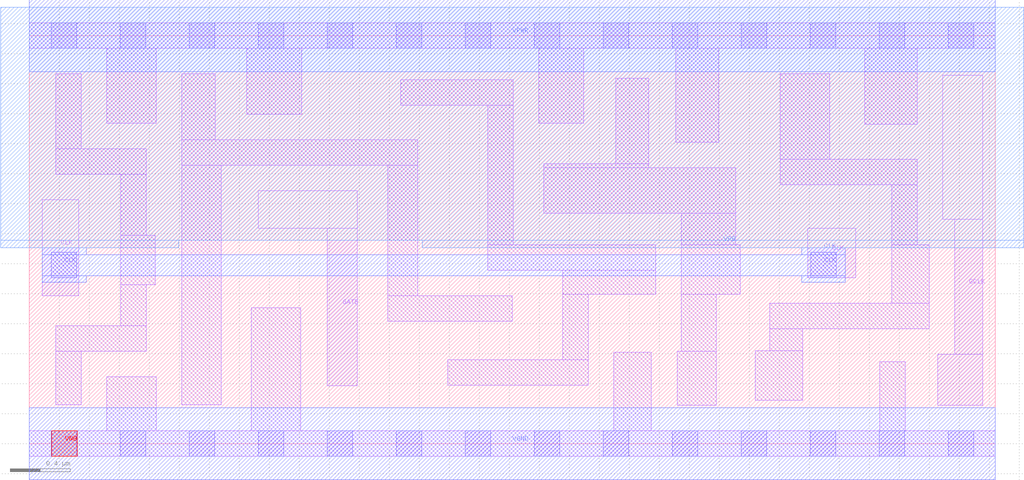
<source format=lef>
# Copyright 2020 The SkyWater PDK Authors
#
# Licensed under the Apache License, Version 2.0 (the "License");
# you may not use this file except in compliance with the License.
# You may obtain a copy of the License at
#
#     https://www.apache.org/licenses/LICENSE-2.0
#
# Unless required by applicable law or agreed to in writing, software
# distributed under the License is distributed on an "AS IS" BASIS,
# WITHOUT WARRANTIES OR CONDITIONS OF ANY KIND, either express or implied.
# See the License for the specific language governing permissions and
# limitations under the License.
#
# SPDX-License-Identifier: Apache-2.0

VERSION 5.7 ;
  NOWIREEXTENSIONATPIN ON ;
  DIVIDERCHAR "/" ;
  BUSBITCHARS "[]" ;
MACRO sky130_fd_sc_hd__dlclkp_1
  CLASS CORE ;
  FOREIGN sky130_fd_sc_hd__dlclkp_1 ;
  ORIGIN  0.000000  0.000000 ;
  SIZE  6.440000 BY  2.720000 ;
  SYMMETRY X Y R90 ;
  SITE unithd ;
  PIN GATE
    ANTENNAGATEAREA  0.159000 ;
    DIRECTION INPUT ;
    USE SIGNAL ;
    PORT
      LAYER li1 ;
        RECT 1.525000 1.435000 2.185000 1.685000 ;
        RECT 1.985000 0.385000 2.185000 1.435000 ;
    END
  END GATE
  PIN GCLK
    ANTENNADIFFAREA  0.429000 ;
    DIRECTION OUTPUT ;
    USE SIGNAL ;
    PORT
      LAYER li1 ;
        RECT 6.055000 0.255000 6.355000 0.595000 ;
        RECT 6.090000 1.495000 6.355000 2.455000 ;
        RECT 6.170000 0.595000 6.355000 1.495000 ;
    END
  END GCLK
  PIN VNB
    PORT
      LAYER pwell ;
        RECT 0.150000 -0.085000 0.320000 0.085000 ;
    END
  END VNB
  PIN VPB
    PORT
      LAYER nwell ;
        RECT -0.190000 1.305000 0.995000 1.355000 ;
        RECT -0.190000 1.355000 6.630000 2.910000 ;
        RECT  2.620000 1.305000 6.630000 1.355000 ;
    END
  END VPB
  PIN CLK
    ANTENNAGATEAREA  0.318000 ;
    DIRECTION INPUT ;
    USE CLOCK ;
    PORT
      LAYER li1 ;
        RECT 0.085000 0.985000 0.330000 1.625000 ;
      LAYER mcon ;
        RECT 0.145000 1.105000 0.315000 1.275000 ;
    END
    PORT
      LAYER li1 ;
        RECT 5.190000 1.105000 5.510000 1.435000 ;
      LAYER mcon ;
        RECT 5.210000 1.105000 5.380000 1.275000 ;
    END
    PORT
      LAYER met1 ;
        RECT 0.085000 1.075000 0.380000 1.120000 ;
        RECT 0.085000 1.120000 5.440000 1.260000 ;
        RECT 0.085000 1.260000 0.380000 1.305000 ;
        RECT 5.150000 1.075000 5.440000 1.120000 ;
        RECT 5.150000 1.260000 5.440000 1.305000 ;
    END
  END CLK
  PIN VGND
    DIRECTION INOUT ;
    SHAPE ABUTMENT ;
    USE GROUND ;
    PORT
      LAYER met1 ;
        RECT 0.000000 -0.240000 6.440000 0.240000 ;
    END
  END VGND
  PIN VPWR
    DIRECTION INOUT ;
    SHAPE ABUTMENT ;
    USE POWER ;
    PORT
      LAYER met1 ;
        RECT 0.000000 2.480000 6.440000 2.960000 ;
    END
  END VPWR
  OBS
    LAYER li1 ;
      RECT 0.000000 -0.085000 6.440000 0.085000 ;
      RECT 0.000000  2.635000 6.440000 2.805000 ;
      RECT 0.175000  0.260000 0.345000 0.615000 ;
      RECT 0.175000  0.615000 0.780000 0.785000 ;
      RECT 0.175000  1.795000 0.780000 1.965000 ;
      RECT 0.175000  1.965000 0.345000 2.465000 ;
      RECT 0.515000  0.085000 0.845000 0.445000 ;
      RECT 0.515000  2.135000 0.845000 2.635000 ;
      RECT 0.610000  0.785000 0.780000 1.060000 ;
      RECT 0.610000  1.060000 0.840000 1.390000 ;
      RECT 0.610000  1.390000 0.780000 1.795000 ;
      RECT 1.015000  0.260000 1.280000 1.855000 ;
      RECT 1.015000  1.855000 2.590000 2.025000 ;
      RECT 1.015000  2.025000 1.240000 2.465000 ;
      RECT 1.450000  2.195000 1.815000 2.635000 ;
      RECT 1.480000  0.085000 1.810000 0.905000 ;
      RECT 2.390000  0.815000 3.220000 0.985000 ;
      RECT 2.390000  0.985000 2.590000 1.855000 ;
      RECT 2.475000  2.255000 3.225000 2.425000 ;
      RECT 2.790000  0.390000 3.725000 0.560000 ;
      RECT 3.055000  1.155000 4.175000 1.325000 ;
      RECT 3.055000  1.325000 3.225000 2.255000 ;
      RECT 3.395000  2.135000 3.695000 2.635000 ;
      RECT 3.430000  1.535000 4.710000 1.840000 ;
      RECT 3.430000  1.840000 4.130000 1.865000 ;
      RECT 3.555000  0.560000 3.725000 0.995000 ;
      RECT 3.555000  0.995000 4.175000 1.155000 ;
      RECT 3.895000  0.085000 4.145000 0.610000 ;
      RECT 3.910000  1.865000 4.130000 2.435000 ;
      RECT 4.310000  2.010000 4.595000 2.635000 ;
      RECT 4.320000  0.255000 4.580000 0.615000 ;
      RECT 4.345000  0.615000 4.580000 0.995000 ;
      RECT 4.345000  0.995000 4.740000 1.325000 ;
      RECT 4.345000  1.325000 4.710000 1.535000 ;
      RECT 4.840000  0.290000 5.155000 0.620000 ;
      RECT 4.935000  0.620000 5.155000 0.765000 ;
      RECT 4.935000  0.765000 6.000000 0.935000 ;
      RECT 5.005000  1.725000 5.920000 1.895000 ;
      RECT 5.005000  1.895000 5.335000 2.465000 ;
      RECT 5.570000  2.130000 5.920000 2.635000 ;
      RECT 5.670000  0.085000 5.840000 0.545000 ;
      RECT 5.750000  0.935000 6.000000 1.325000 ;
      RECT 5.750000  1.325000 5.920000 1.725000 ;
    LAYER mcon ;
      RECT 0.145000 -0.085000 0.315000 0.085000 ;
      RECT 0.145000  2.635000 0.315000 2.805000 ;
      RECT 0.605000 -0.085000 0.775000 0.085000 ;
      RECT 0.605000  2.635000 0.775000 2.805000 ;
      RECT 1.065000 -0.085000 1.235000 0.085000 ;
      RECT 1.065000  2.635000 1.235000 2.805000 ;
      RECT 1.525000 -0.085000 1.695000 0.085000 ;
      RECT 1.525000  2.635000 1.695000 2.805000 ;
      RECT 1.985000 -0.085000 2.155000 0.085000 ;
      RECT 1.985000  2.635000 2.155000 2.805000 ;
      RECT 2.445000 -0.085000 2.615000 0.085000 ;
      RECT 2.445000  2.635000 2.615000 2.805000 ;
      RECT 2.905000 -0.085000 3.075000 0.085000 ;
      RECT 2.905000  2.635000 3.075000 2.805000 ;
      RECT 3.365000 -0.085000 3.535000 0.085000 ;
      RECT 3.365000  2.635000 3.535000 2.805000 ;
      RECT 3.825000 -0.085000 3.995000 0.085000 ;
      RECT 3.825000  2.635000 3.995000 2.805000 ;
      RECT 4.285000 -0.085000 4.455000 0.085000 ;
      RECT 4.285000  2.635000 4.455000 2.805000 ;
      RECT 4.745000 -0.085000 4.915000 0.085000 ;
      RECT 4.745000  2.635000 4.915000 2.805000 ;
      RECT 5.205000 -0.085000 5.375000 0.085000 ;
      RECT 5.205000  2.635000 5.375000 2.805000 ;
      RECT 5.665000 -0.085000 5.835000 0.085000 ;
      RECT 5.665000  2.635000 5.835000 2.805000 ;
      RECT 6.125000 -0.085000 6.295000 0.085000 ;
      RECT 6.125000  2.635000 6.295000 2.805000 ;
  END
END sky130_fd_sc_hd__dlclkp_1
END LIBRARY

</source>
